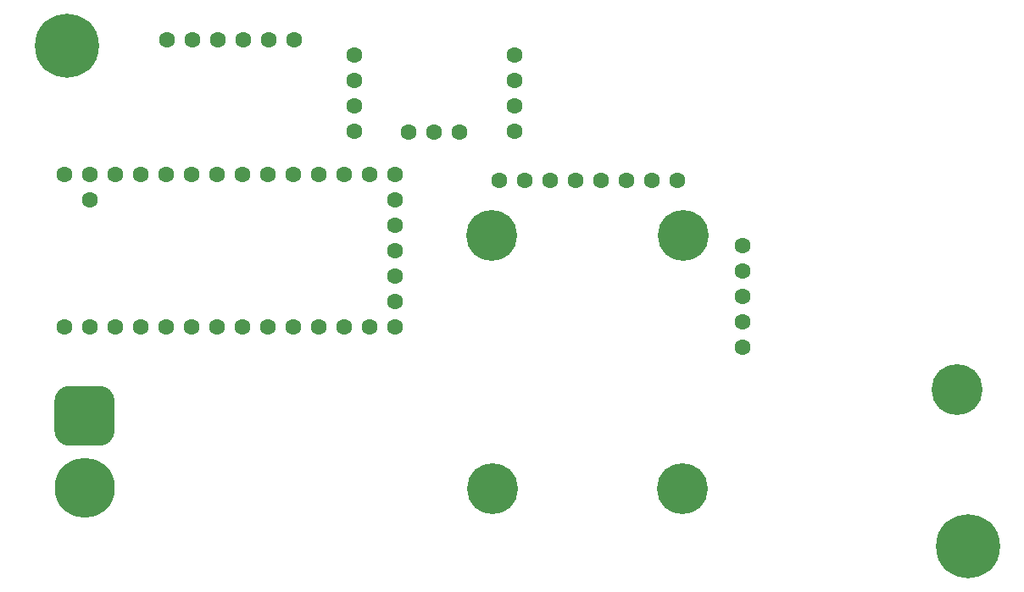
<source format=gbr>
%TF.GenerationSoftware,KiCad,Pcbnew,5.1.10-88a1d61d58~88~ubuntu18.04.1*%
%TF.CreationDate,2021-05-26T13:38:31+10:00*%
%TF.ProjectId,prototype_rocket_fc,70726f74-6f74-4797-9065-5f726f636b65,rev?*%
%TF.SameCoordinates,Original*%
%TF.FileFunction,Soldermask,Bot*%
%TF.FilePolarity,Negative*%
%FSLAX46Y46*%
G04 Gerber Fmt 4.6, Leading zero omitted, Abs format (unit mm)*
G04 Created by KiCad (PCBNEW 5.1.10-88a1d61d58~88~ubuntu18.04.1) date 2021-05-26 13:38:31*
%MOMM*%
%LPD*%
G01*
G04 APERTURE LIST*
%ADD10C,0.800000*%
%ADD11C,6.400000*%
%ADD12C,1.600000*%
%ADD13C,5.080000*%
%ADD14C,6.000000*%
G04 APERTURE END LIST*
D10*
%TO.C,H2*%
X131697056Y-88302944D03*
X130000000Y-87600000D03*
X128302944Y-88302944D03*
X127600000Y-90000000D03*
X128302944Y-91697056D03*
X130000000Y-92400000D03*
X131697056Y-91697056D03*
X132400000Y-90000000D03*
D11*
X130000000Y-90000000D03*
%TD*%
D10*
%TO.C,H1*%
X41697056Y-38302944D03*
X40000000Y-37600000D03*
X38302944Y-38302944D03*
X37600000Y-40000000D03*
X38302944Y-41697056D03*
X40000000Y-42400000D03*
X41697056Y-41697056D03*
X42400000Y-40000000D03*
D11*
X40000000Y-40000000D03*
%TD*%
D12*
%TO.C,U1*%
X98435000Y-53460000D03*
X100975000Y-53460000D03*
X93355000Y-53460000D03*
X95895000Y-53460000D03*
X88275000Y-53460000D03*
X90815000Y-53460000D03*
X83195000Y-53460000D03*
X85735000Y-53460000D03*
D13*
X101475000Y-84270000D03*
X82525000Y-84270000D03*
X101575000Y-58930000D03*
X82425000Y-58930000D03*
%TD*%
D12*
%TO.C,U2*%
X72760000Y-60500000D03*
X72760000Y-57960000D03*
X72760000Y-55420000D03*
X72760000Y-52880000D03*
X72760000Y-63040000D03*
X72760000Y-65580000D03*
X72760000Y-68120000D03*
X70220000Y-52880000D03*
X67680000Y-52880000D03*
X65140000Y-52880000D03*
X62600000Y-52880000D03*
X60060000Y-52880000D03*
X57520000Y-52880000D03*
X54980000Y-52880000D03*
X52440000Y-52880000D03*
X49900000Y-52880000D03*
X47360000Y-52880000D03*
X44820000Y-52880000D03*
X42280000Y-52880000D03*
X39740000Y-52880000D03*
X42280000Y-55420000D03*
X70220000Y-68120000D03*
X67680000Y-68120000D03*
X65140000Y-68120000D03*
X62600000Y-68120000D03*
X60060000Y-68120000D03*
X57520000Y-68120000D03*
X54980000Y-68120000D03*
X52440000Y-68120000D03*
X49900000Y-68120000D03*
X47360000Y-68120000D03*
X44820000Y-68120000D03*
X42280000Y-68120000D03*
X39740000Y-68120000D03*
%TD*%
%TO.C,U3*%
X50000000Y-39390000D03*
X52540000Y-39390000D03*
X55080000Y-39390000D03*
X57620000Y-39390000D03*
X60160000Y-39390000D03*
X62700000Y-39390000D03*
%TD*%
%TO.C,U4*%
X107480000Y-59980000D03*
X107480000Y-67600000D03*
X107480000Y-62520000D03*
X107480000Y-65060000D03*
X107480000Y-70140000D03*
D13*
X128940000Y-74360000D03*
%TD*%
D12*
%TO.C,U5*%
X68730000Y-40970000D03*
X68730000Y-43510000D03*
X68730000Y-46050000D03*
X68730000Y-48590000D03*
X84670000Y-40970000D03*
X84670000Y-43510000D03*
X84670000Y-46050000D03*
X84670000Y-48590000D03*
X74160000Y-48640000D03*
X76700000Y-48640000D03*
X79240000Y-48640000D03*
%TD*%
D14*
%TO.C,J1*%
X41750000Y-84200000D03*
G36*
G01*
X40250000Y-74000000D02*
X43250000Y-74000000D01*
G75*
G02*
X44750000Y-75500000I0J-1500000D01*
G01*
X44750000Y-78500000D01*
G75*
G02*
X43250000Y-80000000I-1500000J0D01*
G01*
X40250000Y-80000000D01*
G75*
G02*
X38750000Y-78500000I0J1500000D01*
G01*
X38750000Y-75500000D01*
G75*
G02*
X40250000Y-74000000I1500000J0D01*
G01*
G37*
%TD*%
M02*

</source>
